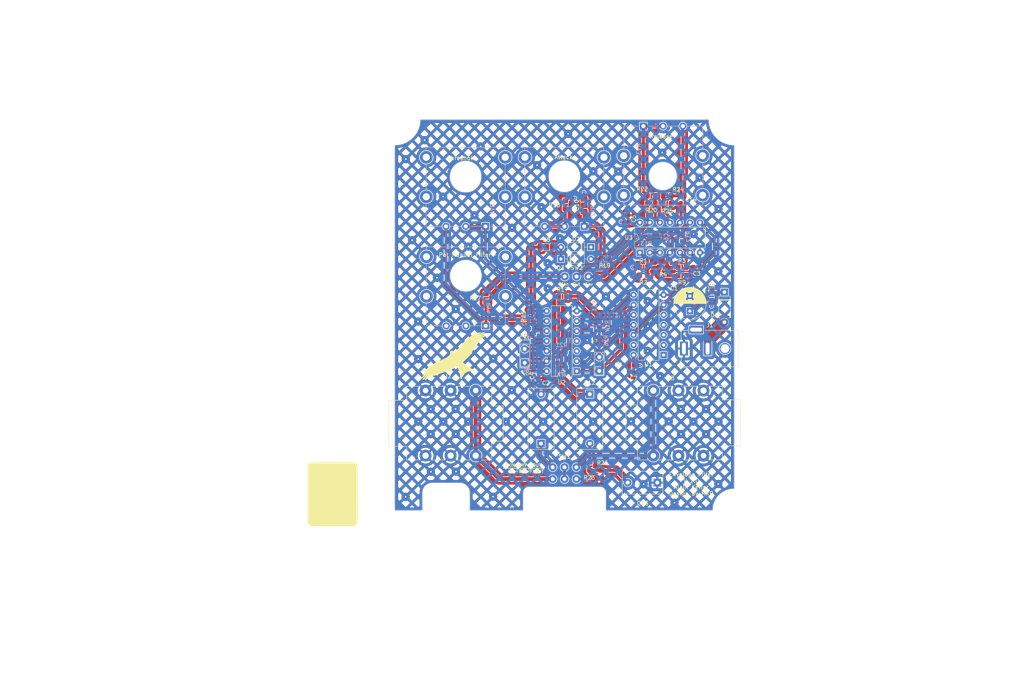
<source format=kicad_pcb>
(kicad_pcb (version 20211014) (generator pcbnew)
  (layers (0 "F.Cu" signal) (1 "In1.Cu" signal) (2 "In2.Cu" signal) (31 "B.Cu" signal) (34 "B.Paste" user) (35 "F.Paste" user) (36 "B.SilkS" user "B.Silkscreen") (37 "F.SilkS" user "F.Silkscreen") (38 "B.Mask" user) (39 "F.Mask" user) (44 "Edge.Cuts" user))
  (net 0 "")
  (net 1 "VS")
  (net 2 "GND")
  (net 3 "Net-(C2-Pad1)")
  (net 4 "Net-(C2-Pad2)")
  (net 5 "Net-(C3-Pad1)")
  (net 6 "Net-(C3-Pad2)")
  (net 7 "Net-(C9-Pad1)")
  (net 8 "Net-(C10-Pad1)")
  (net 9 "Net-(C12-Pad2)")
  (net 10 "Net-(C13-Pad2)")
  (net 11 "Net-(C6-Pad1)")
  (net 12 "Net-(C6-Pad2)")
  (net 13 "Net-(C14-Pad1)")
  (net 14 "Net-(C8-Pad1)")
  (net 15 "Net-(C8-Pad2)")
  (net 16 "Net-(C9-Pad2)")
  (net 17 "Net-(C14-Pad2)")
  (net 18 "Net-(C11-Pad1)")
  (net 19 "Net-(C11-Pad2)")
  (net 20 "Net-(D1-Pad1)")
  (net 22 "Net-(J3-PadT)")
  (net 23 "Net-(R1-Pad2)")
  (net 24 "Net-(R6-Pad1)")
  (net 25 "Net-(R11-Pad1)")
  (net 26 "Net-(R10-Pad2)")
  (net 27 "Net-(R10-Pad1)")
  (net 28 "Net-(R11-Pad2)")
  (net 29 "Net-(R13-Pad1)")
  (net 30 "Net-(R14-Pad2)")
  (net 31 "Net-(R15-Pad2)")
  (net 32 "Net-(R17-Pad1)")
  (net 33 "Net-(R18-Pad1)")
  (net 34 "Net-(R19-Pad1)")
  (net 35 "Net-(R20-Pad1)")
  (net 36 "Net-(R22-Pad1)")
  (net 37 "Net-(R24-Pad1)")
  (net 38 "Net-(R27-Pad1)")
  (net 39 "Net-(R27-Pad2)")
  (net 40 "Net-(SW1-Pad1)")
  (net 46 "TG")
  (net 50 "Net-(U3-Pad2)")
  (net 52 "Net-(J2-PadT)")
  (net 53 "Net-(D1-Pad2)")
  (footprint "Resistor_SMD:R_0805_2012Metric_Pad1.20x1.40mm_HandSolder" (layer "F.Cu") (at 172.8 69.5)
    (fp_text reference "R9")
    (fp_text value "47k")
  )
  (footprint "Resistor_SMD:R_0805_2012Metric_Pad1.20x1.40mm_HandSolder" (layer "F.Cu") (at 163 67.4)
    (fp_text reference "R1")
    (fp_text value "62k")
  )
  (footprint "Resistor_SMD:R_0805_2012Metric_Pad1.20x1.40mm_HandSolder" (layer "F.Cu") (at 152.3 119.85 90)
    (fp_text reference "R26")
    (fp_text value "200k")
  )
  (footprint "guitar_stuff:newJack" (layer "F.Cu") (at 165.5 98.635)
    (fp_text reference "J3")
    (fp_text value "AudioJack3_Switch")
  )
  (footprint "Diode_THT:D_DO-35_SOD27_P7.62mm_Horizontal" (layer "F.Cu") (at 149.71 62.3 180)
    (fp_text reference "D2")
    (fp_text value "1N914")
  )
  (footprint "Connector_BarrelJack:BarrelJack_CUI_PJ-102AH_CUIDevices" (layer "F.Cu") (at 187.7375 88 180)
    (fp_text reference "J1")
    (fp_text value "Barrel_Jack_Switch_MountingPin")
  )
  (footprint "guitar_stuff:tht_ext_toggle_switch" (layer "F.Cu") (at 146.05 69.7 180)
    (fp_text reference "SW2")
    (fp_text value "SW_SPDT")
  )
  (footprint "Capacitor_SMD:C_0603_1608Metric_Pad1.08x0.95mm_HandSolder" (layer "F.Cu") (at 159.1 55.1 -90)
    (fp_text reference "C5")
    (fp_text value "100n")
  )
  (footprint "Resistor_SMD:R_0805_2012Metric_Pad1.20x1.40mm_HandSolder" (layer "F.Cu") (at 149.4 117.8 -90)
    (fp_text reference "R23")
    (fp_text value "3k6")
  )
  (footprint "Capacitor_THT:CP_Radial_D8.0mm_P3.80mm" (layer "F.Cu") (at 174.75 78.5 90)
    (fp_text reference "C1")
    (fp_text value "47u")
  )
  (footprint "Resistor_SMD:R_0805_2012Metric_Pad1.20x1.40mm_HandSolder" (layer "F.Cu") (at 169 51.3 180)
    (fp_text reference "R25")
    (fp_text value "22M")
  )
  (footprint "Package_DIP:DIP-14_W7.62mm" (layer "F.Cu") (at 162.075 63.7 90)
    (fp_text reference "U3")
    (fp_text value "4069")
  )
  (footprint "Resistor_SMD:R_0805_2012Metric_Pad1.20x1.40mm_HandSolder" (layer "F.Cu") (at 153.15 65.3 180)
    (fp_text reference "R19")
    (fp_text value "22M")
  )
  (footprint "Capacitor_SMD:C_0603_1608Metric_Pad1.08x0.95mm_HandSolder" (layer "F.Cu") (at 172.5 50.3 90)
    (fp_text reference "C14")
    (fp_text value "0.1u")
  )
  (footprint "Resistor_SMD:R_0805_2012Metric_Pad1.20x1.40mm_HandSolder" (layer "F.Cu") (at 172.8 67.4 180)
    (fp_text reference "R3")
    (fp_text value "100k")
  )
  (footprint "Resistor_SMD:R_0805_2012Metric_Pad1.20x1.40mm_HandSolder" (layer "F.Cu") (at 134.5 79.65 -90)
    (fp_text reference "R15")
    (fp_text value "470k")
  )
  (footprint "Resistor_SMD:R_0805_2012Metric_Pad1.20x1.40mm_HandSolder" (layer "F.Cu") (at 165 51.3 180)
    (fp_text reference "R20")
    (fp_text value "10M")
  )
  (footprint "guitar_stuff:newJack" (layer "F.Cu") (at 120.5 115.115 180)
    (fp_text reference "J2")
    (fp_text value "AudioJack3_Switch")
  )
  (footprint "Capacitor_THT:cap_12.5mm-l15.5-w6.6mm" (layer "F.Cu") (at 149.4 105.8 -90)
    (fp_text reference "C12")
    (fp_text value "0.05u")
  )
  (footprint "Capacitor_THT:cap_3.5mm-l5-w2.5mm_copy" (layer "F.Cu") (at 132.9 89.85 90)
    (fp_text reference "C11")
    (fp_text value "1n")
  )
  (footprint "Capacitor_SMD:C_0603_1608Metric_Pad1.08x0.95mm_HandSolder" (layer "F.Cu") (at 176.5 67.3)
    (fp_text reference "C3")
    (fp_text value "100p")
  )
  (footprint "Capacitor_SMD:C_0603_1608Metric_Pad1.08x0.95mm_HandSolder" (layer "F.Cu") (at 160.5 93.15 90)
    (fp_text reference "C7")
    (fp_text value "100n")
  )
  (footprint "Diode_THT:D_DO-35_SOD27_P7.62mm_Horizontal" (layer "F.Cu") (at 142.09 65.3)
    (fp_text reference "D3")
    (fp_text value "1N914")
  )
  (footprint "Package_DIP:DIP-14_W7.62mm" (layer "F.Cu") (at 168.1 89.625 180)
    (fp_text reference "U1")
    (fp_text value "4066")
  )
  (footprint "Capacitor_THT:cap_12.5mm-l15.5-w6.6mm" (layer "F.Cu") (at 137.05 105.8 90)
    (fp_text reference "C2")
    (fp_text value "0.05u")
  )
  (footprint "guitar_stuff:tht_ext_footswitch" (layer "F.Cu") (at 143 119.55)
    (fp_text reference "SW1")
    (fp_text value "SW_DPDT_x2")
  )
  (footprint "Diode_THT:D_A-405_P7.62mm_Horizontal" (layer "F.Cu") (at 183.5 73.69 -90)
    (fp_text reference "D1")
    (fp_text value "D_Schottky")
  )
  (footprint "Resistor_SMD:R_0805_2012Metric_Pad1.20x1.40mm_HandSolder" (layer "F.Cu") (at 142.5 74.8 180)
    (fp_text reference "R17")
    (fp_text value "47k")
  )
  (footprint "Capacitor_SMD:C_0603_1608Metric_Pad1.08x0.95mm_HandSolder" (layer "F.Cu") (at 136.3 94.6 90)
    (fp_text reference "C4")
    (fp_text value "100n")
  )
  (footprint "LOGO" (layer "F.Cu") (at 114.892416 89.493814)
    (fp_text reference "")
    (fp_text value "LOGO" hide)
  )
  (footprint "Resistor_SMD:R_0805_2012Metric_Pad1.20x1.40mm_HandSolder" (layer "F.Cu") (at 169 49.3)
    (fp_text reference "R24")
    (fp_text value "10M")
  )
  (footprint "Capacitor_SMD:C_1206_3216Metric_Pad1.33x1.80mm_HandSolder" (layer "F.Cu") (at 138.4 62.3)
    (fp_text reference "C8")
    (fp_text value "0.05u")
  )
  (footprint "Capacitor_THT:cap_7.5mm-l10.3-w5.8mm" (layer "F.Cu") (at 162.75 121.95 180)
    (fp_text reference "C13")
    (fp_text value "0.1u")
  )
  (footprint "Resistor_SMD:R_0805_2012Metric_Pad1.20x1.40mm_HandSolder" (layer "F.Cu") (at 123.1 75.15 90)
    (fp_text reference "R27")
    (fp_text value "10k")
  )
  (footprint "Capacitor_THT:cap_3.5mm-l5-w2.5mm_copy" (layer "F.Cu") (at 151.8 91.9 90)
    (fp_text reference "C9")
    (fp_text value "1n")
  )
  (footprint "Capacitor_SMD:C_1206_3216Metric_Pad1.33x1.80mm_HandSolder" (layer "F.Cu") (at 147.95 51.7 90)
    (fp_text reference "C10")
    (fp_text value "0.05u")
  )
  (footprint "Resistor_SMD:R_0805_2012Metric_Pad1.20x1.40mm_HandSolder" (layer "F.Cu") (at 143.2 51.55 90)
    (fp_text reference "R18")
    (fp_text value "700k")
  )
  (footprint "Resistor_SMD:R_0805_2012Metric_Pad1.20x1.40mm_HandSolder" (layer "F.Cu") (at 165 49.3)
    (fp_text reference "R22")
    (fp_text value "10k")
  )
  (footprint "Package_DIP:DIP-14_W7.62mm" (layer "F.Cu") (at 146.1 93.725 180)
    (fp_text reference "U2")
    (fp_text value "4069")
  )
  (footprint "Resistor_SMD:R_0805_2012Metric_Pad1.20x1.40mm_HandSolder" (layer "F.Cu") (at 163 69.4 180)
    (fp_text reference "R2")
    (fp_text value "100k")
  )
  (footprint "Resistor_SMD:R_0805_2012Metric_Pad1.20x1.40mm_HandSolder" (layer "F.Cu") (at 168 67.4)
    (fp_text reference "R4")
    (fp_text value "100k")
  )
  (footprint "Resistor_SMD:R_0805_2012Metric_Pad1.20x1.40mm_HandSolder" (layer "B.Cu") (at 163.5 59.7)
    (fp_text reference "R13")
    (fp_text value "47k")
  )
  (footprint "Resistor_SMD:R_0805_2012Metric_Pad1.20x1.40mm_HandSolder" (layer "B.Cu") (at 142.25 88.75 180)
    (fp_text reference "R21")
    (fp_text value "200k")
  )
  (footprint "guitar_stuff:alpha_poti" (layer "B.Cu") (at 122.975 57.05 90)
    (fp_text reference "RV1")
    (fp_text value "500k")
  )
  (footprint "Resistor_SMD:R_0805_2012Metric_Pad1.20x1.40mm_HandSolder" (layer "B.Cu") (at 135.1 85.1 -90)
    (fp_text reference "R8")
    (fp_text value "5.1M")
  )
  (footprint "Resistor_SMD:R_0805_2012Metric_Pad1.20x1.40mm_HandSolder" (layer "B.Cu") (at 135.1 93.9 -90)
    (fp_text reference "R6")
    (fp_text value "1M")
  )
  (footprint "guitar_stuff:alpha_poti" (layer "B.Cu") (at 147.975 57.05 90)
    (fp_text reference "RV2")
    (fp_text value "500k")
  )
  (footprint "Resistor_SMD:R_0805_2012Metric_Pad1.20x1.40mm_HandSolder" (layer "B.Cu") (at 151.8 86.15 -90)
    (fp_text reference "R16")
    (fp_text value "200k")
  )
  (footprint "Resistor_SMD:R_0805_2012Metric_Pad1.20x1.40mm_HandSolder" (layer "B.Cu") (at 180.25 74.75 90)
    (fp_text reference "R5")
    (fp_text value "3k")
  )
  (footprint "Resistor_SMD:R_0805_2012Metric_Pad1.20x1.40mm_HandSolder" (layer "B.Cu") (at 142.3 92.9)
    (fp_text reference "R7")
    (fp_text value "200k")
  )
  (footprint "Resistor_SMD:R_0805_2012Metric_Pad1.20x1.40mm_HandSolder" (layer "B.Cu") (at 151.8 82.25 -90)
    (fp_text reference "R14")
    (fp_text value "47k")
  )
  (footprint "Capacitor_SMD:C_0603_1608Metric_Pad1.08x0.95mm_HandSolder" (layer "B.Cu") (at 170.35 59.85 90)
    (fp_text reference "C6")
    (fp_text value "10p")
  )
  (footprint "Resistor_SMD:R_0805_2012Metric_Pad1.20x1.40mm_HandSolder" (layer "B.Cu") (at 149.55 82.25 90)
    (fp_text reference "R11")
    (fp_text value "240k")
  )
  (footprint "Resistor_SMD:R_0805_2012Metric_Pad1.20x1.40mm_HandSolder" (layer "B.Cu") (at 135.1 80.75 -90)
    (fp_text reference "R10")
    (fp_text value "10k")
  )
  (footprint "guitar_stuff:alpha_poti" (layer "B.Cu") (at 123.025 82.25 90)
    (fp_text reference "RV4")
    (fp_text value "100k")
  )
  (footprint "guitar_stuff:alpha_poti" (layer "B.Cu") (at 162.975 31.65 -90)
    (fp_text reference "RV3")
    (fp_text value "500k")
  )
  (footprint "Resistor_SMD:R_0805_2012Metric_Pad1.20x1.40mm_HandSolder" (layer "B.Cu") (at 172.9 59.85 90)
    (fp_text reference "R12")
    (fp_text value "47k")
  )
  (gr_rect (start 78 117.9) (end 79 131.9) (layer "F.SilkS") (width 0.15) (fill solid))
  (gr_line (start 134 117.3) (end 134 119.3) (layer "F.SilkS") (width 0.15))
  (gr_rect (start 79 131.9) (end 79 132.9) (layer "F.SilkS") (width 0.15) (fill none))
  (gr_circle (center 79 131.9) (end 80 131.9) (layer "F.SilkS") (width 0.15) (fill solid))
  (gr_circle (center 79 117.9) (end 80 117.9) (layer "F.SilkS") (width 0.15) (fill solid))
  (gr_line (start 131 117.3) (end 131 119.3) (layer "F.SilkS") (width 0.15))
  (gr_rect (start 79 117.9) (end 89.5 131.9) (layer "F.SilkS") (width 0.15) (fill solid))
  (gr_line (start 127.5 118.3) (end 137.5 118.3) (layer "F.SilkS") (width 0.15))
  (gr_circle (center 89.5 117.9) (end 90.5 117.9) (layer "F.SilkS") (width 0.15) (fill solid))
  (gr_rect (start 89.5 116.9) (end 79 117.9) (layer "F.SilkS") (width 0.15) (fill solid))
  (gr_rect (start 89.5 132.9) (end 79 131.9) (layer "F.SilkS") (width 0.15) (fill solid))
  (gr_circle (center 89.5 131.9) (end 90.5 131.9) (layer "F.SilkS") (width 0.15) (fill solid))
  (gr_rect (start 90.5 117.9) (end 89.5 131.9) (layer "F.SilkS") (width 0.15) (fill solid))
  (gr_line (start 132.5 124.5) (end 132.5 129) (layer "Edge.Cuts") (width 0.1))
  (gr_arc (start 186 36.5) (mid 181.403806 34.596194) (end 179.5 30) (layer "Edge.Cuts") (width 0.1))
  (gr_line (start 119 129) (end 119 124.5) (layer "Edge.Cuts") (width 0.1))
  (gr_line (start 107 129) (end 100 129) (layer "Edge.Cuts") (width 0.1))
  (gr_circle (center 118 69.55) (end 122 69.55) (layer "Edge.Cuts") (width 0.1) (fill none))
  (gr_line (start 132.5 129) (end 119 129) (layer "Edge.Cuts") (width 0.1))
  (gr_line (start 186 36.5) (end 186 123.489321) (layer "Edge.Cuts") (width 0.1))
  (gr_line (start 153.5 129) (end 153.5 124.5) (layer "Edge.Cuts") (width 0.1))
  (gr_arc (start 152 123) (mid 153.06066 123.43934) (end 153.5 124.5) (layer "Edge.Cuts") (width 0.1))
  (gr_arc (start 116.5 122) (mid 118.267767 122.732233) (end 119 124.5) (layer "Edge.Cuts") (width 0.1))
  (gr_line (start 100 129) (end 99.999995 36.499492) (layer "Edge.Cuts") (width 0.1))
  (gr_arc (start 107 124.5) (mid 107.732233 122.732233) (end 109.5 122) (layer "Edge.Cuts") (width 0.1))
  (gr_line (start 106.5 30) (end 179.5 30) (layer "Edge.Cuts") (width 0.1))
  (gr_circle (center 142.95 44.35) (end 146.95 44.35) (layer "Edge.Cuts") (width 0.1) (fill none))
  (gr_line (start 107 124.5) (end 107 129) (layer "Edge.Cuts") (width 0.1))
  (gr_line (start 116.5 122) (end 109.5 122) (layer "Edge.Cuts") (width 0.1))
  (gr_circle (center 117.95 44.45) (end 121.95 44.45) (layer "Edge.Cuts") (width 0.1) (fill none))
  (gr_arc (start 180.5 128.988661) (mid 182.111139 125.099994) (end 186 123.489321) (layer "Edge.Cuts") (width 0.1))
  (gr_line (start 152 123) (end 134 123) (layer "Edge.Cuts") (width 0.1))
  (gr_circle (center 167.9 44.3) (end 171.45 44.3) (layer "Edge.Cuts") (width 0.15) (fill none))
  (gr_arc (start 132.5 124.5) (mid 132.93934 123.43934) (end 134 123) (layer "Edge.Cuts") (width 0.1))
  (gr_line (start 153.5 129) (end 180.5 128.988661) (layer "Edge.Cuts") (width 0.1))
  (gr_arc (start 106.5 30) (mid 104.596218 34.596073) (end 99.999995 36.499492) (layer "Edge.Cuts") (width 0.1))
  (gr_text "Out" (at 146 71.7) (layer "F.SilkS") (effects (font (size 0.75 0.75))))
  (gr_text "Envelope Filter\nV 1.0\nAlain Keller\nDesign by MXR" (at 175.1 122.3) (layer "F.SilkS") (effects (font (size 1 1))))
  (gr_text "FXIN" (at 129.25 117.55) (layer "F.SilkS") (effects (font (size 0.75 0.75))))
  (gr_text "BYP" (at 132.5 117.55) (layer "F.SilkS") (effects (font (size 0.75 0.75))))
  (gr_text "IN" (at 129.25 119.05) (layer "F.SilkS") (effects (font (size 0.75 0.75))))
  (gr_text "Man" (at 142.95 71.65) (layer "F.SilkS") (effects (font (size 0.75 0.75))))
  (gr_text "Pot Manual Filter" (at 117.75 64.25) (layer "F.SilkS") (effects (font (size 1 1))))
  (gr_text "BYP" (at 132.5 119.05) (layer "F.SilkS") (effects (font (size 0.75 0.75))))
  (gr_text "OUT" (at 136 117.55) (layer "F.SilkS") (effects (font (size 0.75 0.75))))
  (gr_text "FXOUT" (at 136 119.05) (layer "F.SilkS") (effects (font (size 0.75 0.75))))
  (gr_text "Threshold" (at 117 39.75) (layer "F.SilkS") (effects (font (size 1 1))))
  (gr_text "Release" (at 167.5 34.25) (layer "F.SilkS") (effects (font (size 1 1))))
  (gr_text "Attack" (at 142.75 39.5) (layer "F.SilkS") (effects (font (size 1 1))))
  (gr_text "Env" (at 149.2 71.7) (layer "F.SilkS") (effects (font (size 0.75 0.75))))
  (segment (start 162 67.4) (end 160.25 67.4) (width 0.75) (layer "F.Cu") (net 1))
  (segment (start 159.1 55.9625) (end 161.9575 55.9625) (width 0.75) (layer "F.Cu") (net 1))
  (segment (start 160.5 92.2875) (end 160.5 89.645) (width 0.75) (layer "F.Cu") (net 1))
  (segment (start 138.4675 93.7375) (end 138.48 93.725) (width 0.75) (layer "F.Cu") (net 1))
  (segment (start 136.3 93.7375) (end 138.4675 93.7375) (width 0.75) (layer "F.Cu") (net 1))
  (segment (start 161.9575 55.9625) (end 162.075 56.08) (width 0.75) (layer "F.Cu") (net 1))
  (segment (start 136.3 93.7375) (end 133.90535 93.7375) (width 0.75) (layer "F.Cu") (net 1))
  (segment (start 160.5 92.2875) (end 162.1375 92.2875) (width 0.75) (layer "F.Cu") (net 1))
  (segment (start 160.5 89.645) (end 160.48 89.625) (width 0.75) (layer "F.Cu") (net 1))
  (segment (start 159.1 55.9625) (end 157.3625 55.9625) (width 0.75) (layer "F.Cu") (net 1))
  (segment (start 133.90535 93.7375) (end 133.88876 93.72091) (width 0.75) (layer "F.Cu") (net 1))
  (segment (start 145.6 49.9) (end 143.85 49.9) (width 0.75) (layer "F.Cu") (net 1))
  (segment (start 147.95 50.1375) (end 147.95 48.4) (width 0.75) (layer "F.Cu") (net 1))
  (segment (start 157.3625 55.9625) (end 157.3 55.9) (width 0.75) (layer "F.Cu") (net 1))
  (segment (start 162.1375 92.2875) (end 162.15 92.3) (width 0.75) (layer "F.Cu") (net 1))
  (segment (start 143.85 49.9) (end 143.2 50.55) (width 0.75) (layer "F.Cu") (net 1))
  (via (at 145.6 49.9) (size 0.8) (drill 0.2) (layers "F.Cu" "B.Cu") (net 1))
  (via (at 180.25 77.3) (size 0.8) (drill 0.2) (layers "F.Cu" "B.Cu") (net 1))
  (via (at 133.88876 93.72091) (size 0.8) (drill 0.2) (layers "F.Cu" "B.Cu") (net 1))
  (via (at 157.3 55.9) (size 0.8) (drill 0.2) (layers "F.Cu" "B.Cu") (net 1))
  (via (at 147.95 48.4) (size 0.8) (drill 0.2) (layers "F.Cu" "B.Cu") (net 1))
  (via (at 162.15 92.3) (size 0.8) (drill 0.2) (layers "F.Cu" "B.Cu") (net 1))
  (via (at 160.25 67.4) (size 0.8) (drill 0.2) (layers "F.Cu" "B.Cu") (net 1))
  (segment (start 180.25 75.75) (end 177.5 75.75) (width 0.75) (layer "B.Cu") (net 1))
  (segment (start 177.5 75.75) (end 174.75 78.5) (width 0.75) (layer "B.Cu") (net 1))
  (segment (start 180.25 75.75) (end 180.25 77.3) (width 0.75) (layer "B.Cu") (net 1))
  (segment (start 152.45 121) (end 152.3 120.85) (width 0.75) (layer "F.Cu") (net 2))
  (segment (start 160.5 94.0125) (end 161.8875 94.0125) (width 0.75) (layer "F.Cu") (net 2))
  (segment (start 159.1 54.2375) (end 159.1 52.8) (width 0.75) (layer "F.Cu") (net 2))
  (segment (start 177.365 63.75) (end 177.315 63.7) (width 0.75) (layer "F.Cu") (net 2))
  (segment (start 162 69.4) (end 160.4 69.4) (width 0.75) (layer "F.Cu") (net 2))
  (segment (start 161.8875 94.0125) (end 161.9 94) (width 0.75) (layer "F.Cu") (net 2))
  (segment (start 136.3 95.4625) (end 136.3 96.8) (width 0.75) (layer "F.Cu") (net 2))
  (segment (start 154 121) (end 152.45 121) (width 0.75) (layer "F.Cu") (net 2))
  (via (at 172.45 103.3) (size 0.8) (drill 0.4) (layers "F.Cu" "B.Cu") (net 2))
  (via (at 118.6 106.5) (size 0.8) (drill 0.4) (layers "F.Cu" "B.Cu") (net 2))
  (via (at 169.4 106.45) (size 0.8) (drill 0.4) (layers "F.Cu" "B.Cu") (net 2))
  (via (at 109.1 103.35) (size 0.8) (drill 0.4) (layers "F.Cu" "B.Cu") (net 2))
  (via (at 172.5 109.65) (size 0.8) (drill 0.4) (layers "F.Cu" "B.Cu") (net 2))
  (via (at 129.65 98.55) (size 0.8) (drill 0.4) (layers "F.Cu" "B.Cu") (net 2))
  (via (at 120.2 54.25) (size 0.8) (drill 0.4) (layers "F.Cu" "B.Cu") (net 2))
  (via (at 110.7 70.05) (size 0.8) (drill 0.4) (layers "F.Cu" "B.Cu") (net 2))
  (via (at 107.55 35.2) (size 0.8) (drill 0.4) (layers "F.Cu" "B.Cu") (net 2))
  (via (at 177.2 44.7) (size 0.8) (drill 0.4) (layers "F.Cu" "B.Cu") (net 2))
  (via (at 182 52.65) (size 0.8) (drill 0.4) (layers "F.Cu" "B.Cu") (net 2))
  (via (at 121.75 36.8) (size 0.8) (drill 0.4) (layers "F.Cu" "B.Cu") (net 2))
  (via (at 137.15 52.15) (size 0.8) (drill 0.4) (layers "F.Cu" "B.Cu") (net 2))
  (via (at 112.3 106.5) (size 0.8) (drill 0.4) (layers "F.Cu" "B.Cu") (net 2))
  (via (at 124.95 90.55) (size 0.8) (drill 0.4) (layers "F.Cu" "B.Cu") (net 2))
  (via (at 178.85 109.65) (size 0.8) (drill 0.4) (layers "F.Cu" "B.Cu") (net 2))
  (via (at 161.9 94) (size 0.8) (drill 0.2) (layers "F.Cu" "B.Cu") (net 2))
  (via (at 154 121) (size 0.8) (drill 0.2) (layers "F.Cu" "B.Cu") (net 2))
  (via (at 115.4 103.3) (size 0.8) (drill 0.4) (layers "F.Cu" "B.Cu") (net 2))
  (via (at 105.95 106.5) (size 0.8) (drill 0.4) (layers "F.Cu" "B.Cu") (net 2))
  (via (at 175.7 59) (size 0.8) (drill 0.4) (layers "F.Cu" "B.Cu") (net 2))
  (via (at 105.9 81.15) (size 0.8) (drill 0.4) (layers "F.Cu" "B.Cu") (net 2))
  (via (at 118.6 62.15) (size 0.8) (drill 0.4) (layers "F.Cu" "B.Cu") (net 2))
  (via (at 109.15 119.2) (size 0.8) (drill 0.4) (layers "F.Cu" "B.Cu") (net 2))
  (via (at 150.25 106.5) (size 0.8) (drill 0.4) (layers "F.Cu" "B.Cu") (net 2))
  (via (at 141.85 60.05) (size 0.8) (drill 0.4) (layers "F.Cu" "B.Cu") (net 2))
  (via (at 170.85 127.05) (size 0.8) (drill 0.4) (layers "F.Cu" "B.Cu") (net 2))
  (via (at 150.3 43.1) (size 0.8) (drill 0.4) (layers "F.Cu" "B.Cu") (net 2))
  (via (at 167.75 38.35) (size 0.8) (drill 0.4) (layers "F.Cu" "B.Cu") (net 2))
  (via (at 181.95 122.3) (size 0.8) (drill 0.4) (layers "F.Cu" "B.Cu") (net 2))
  (via (at 159.1 52.8) (size 0.8) (drill 0.2) (layers "F.Cu" "B.Cu") (net 2))
  (via (at 129.7 57.4) (size 0.8) (drill 0.4) (layers "F.Cu" "B.Cu") (net 2))
  (via (at 160.4 69.4) (size 0.8) (drill 0.2) (layers "F.Cu" "B.Cu") (net 2))
  (via (at 115.45 109.65) (size 0.8) (drill 0.4) (layers "F.Cu" "B.Cu") (net 2))
  (via (at 163.05 122.35) (size 0.8) (drill 0.4) (layers "F.Cu" "B.Cu") (net 2))
  (via (at 124.9 125.5) (size 0.8) (drill 0.4) (layers "F.Cu" "B.Cu") (net 2))
  (via (at 105.95 90.65) (size 0.8) (drill 0.4) (layers "F.Cu" "B.Cu") (net 2))
  (via (at 115.45 78) (size 0.8) (drill 0.4) (layers "F.Cu" "B.Cu") (net 2))
  (via (at 164.05 88.6) (size 0.8) (drill 0.4) (layers "F.Cu" "B.Cu") (net 2))
  (via (at 156.6 43.15) (size 0.8) (drill 0.4) (layers "F.Cu" "B.Cu") (net 2))
  (via (at 115.5 119.15) (size 0.8) (drill 0.4) (layers "F.Cu" "B.Cu") (net 2))
  (via (at 138.7 66.35) (size 0.8) (drill 0.4) (layers "F.Cu" "B.Cu") (net 2))
  (via (at 136.05 41.55) (size 0.8) (drill 0.4) (layers "F.Cu" "B.Cu") (net 2))
  (via (at 159.85 106.45) (size 0.8) (drill 0.4) (layers "F.Cu" "B.Cu") (net 2))
  (via (at 167.2 94.95) (size 0.8) (drill 0.4) (layers "F.Cu" "B.Cu") (net 2))
  (via (at 164.05 75.95) (size 0.8) (drill 0.4) (layers "F.Cu" "B.Cu") (net 2))
  (via (at 136.3 96.8) (size 0.8) (drill 0.2) (layers "F.Cu" "B.Cu") (net 2))
  (via (at 109.1 109.65) (size 0.8) (drill 0.4) (layers "F.Cu" "B.Cu") (net 2))
  (via (at 148.8 85.85) (size 0.8) (drill 0.4) (layers "F.Cu" "B.Cu") (net 2))
  (via (at 138.75 72.75) (size 0.8) (drill 0.4) (layers "F.Cu" "B.Cu") (net 2))
  (via (at 112.25 49.5) (size 0.8) (drill 0.4) (layers "F.Cu" "B.Cu") (net 2))
  (via (at 182 106.5) (size 0.8) (drill 0.4) (layers "F.Cu" "B.Cu") (net 2))
  (via (at 129.7 57.4) (size 0.8) (drill 0.4) (layers "F.Cu" "B.Cu") (net 2))
  (via (at 153.5 74.8) (size 0.8) (drill 0.4) (layers "F.Cu" "B.Cu") (net 2))
  (via (at 102.75 125.55) (size 0.8) (drill 0.4) (layers "F.Cu" "B.Cu") (net 2))
  (via (at 102.8 40) (size 0.8) (drill 0.4) (layers "F.Cu" "B.Cu") (net 2))
  (via (at 137.6 106.5) (size 0.8) (drill 0.4) (layers "F.Cu" "B.Cu") (net 2))
  (via (at 175.65 106.5) (size 0.8) (drill 0.4) (layers "F.Cu" "B.Cu") (net 2))
  (via (at 128.15 106.5) (size 0.8) (drill 0.4) (layers "F.Cu" "B.Cu") (net 2))
  (via (at 164.1 82.35) (size 0.8) (drill 0.4) (layers "F.Cu" "B.Cu") (net 2))
  (via (at 104.4 60.55) (size 0.8) (drill 0.4) (layers "F.Cu" "B.Cu") (net 2))
  (via (at 181.95 68.45) (size 0.8) (drill 0.4) (layers "F.Cu" "B.Cu") (net 2))
  (via (at 178.85 103.35) (size 0.8) (drill 0.4) (layers "F.Cu" "B.Cu") (net 2))
  (via (at 143.9 33.6) (size 0.8) (drill 0.4) (layers "F.Cu" "B.Cu") (net 2))
  (segment (start 137.05 115.1) (end 137.05 112.05) (width 0.75) (layer "B.Cu") (net 3))
  (segment (start 140 118.05) (end 137.05 115.1) (width 0.75) (layer "B.Cu") (net 3))
  (segment (start 135.1 97.6) (end 137.05 99.55) (width 0.75) (layer "B.Cu") (net 4))
  (segment (start 135.1 94.9) (end 135.1 97.6) (width 0.75) (layer "B.Cu") (net 4))
  (segment (start 137.05 99.55) (end 141.3 95.3) (width 0.75) (layer "B.Cu") (net 4))
  (segment (start 141.3 95.3) (end 141.3 92.9) (width 0.75) (layer "B.Cu") (net 4))
  (segment (start 173.8 67.4) (end 173.8 65.265) (width 0.75) (layer "F.Cu") (net 5))
  (segment (start 175.6375 67.3) (end 173.9 67.3) (width 0.75) (layer "F.Cu") (net 5))
  (segment (start 173.9 67.3) (end 173.8 67.4) (width 0.75) (layer "F.Cu") (net 5))
  (segment (start 173.8 65.265) (end 172.235 63.7) (width 0.75) (layer "F.Cu") (net 5))
  (segment (start 176.6 69.5) (end 177.3625 68.7375) (width 0.75) (layer "F.Cu") (net 6))
  (segment (start 177.3625 67.3) (end 177.3625 66.2875) (width 0.75) (layer "F.Cu") (net 6))
  (segment (start 177.3625 66.2875) (end 174.775 63.7) (width 0.75) (layer "F.Cu") (net 6))
  (segment (start 173.8 69.5) (end 176.6 69.5) (width 0.75) (layer "F.Cu") (net 6))
  (segment (start 177.3625 68.7375) (end 177.3625 67.3) (width 0.75) (layer "F.Cu") (net 6))
  (segment (start 172.9 61.825) (end 174.775 63.7) (width 0.75) (layer "B.Cu") (net 6))
  (segment (start 172.9 60.85) (end 172.9 61.825) (width 0.75) (layer "B.Cu") (net 6))
  (segment (start 157.45 79.955) (end 160.48 76.925) (width 0.75) (layer "F.Cu") (net 7))
  (segment (start 151.8 93.65) (end 157.45 88) (width 0.75) (layer "F.Cu") (net 7))
  (segment (start 157.45 88) (end 157.45 79.955) (width 0.75) (layer "F.Cu") (net 7))
  (segment (start 146.1 93.725) (end 151.725 93.725) (width 0.75) (layer "B.Cu") (net 7))
  (segment (start 151.725 93.725) (end 151.8 93.65) (width 0.75) (layer "B.Cu") (net 7))
  (segment (start 149.71 65.3) (end 152.15 65.3) (width 0.75) (layer "F.Cu") (net 8))
  (segment (start 147.975 53.2875) (end 147.95 53.2625) (width 0.75) (layer "F.Cu") (net 8))
  (segment (start 150.8 57.05) (end 147.975 57.05) (width 0.75) (layer "F.Cu") (net 8))
  (segment (start 147.975 57.05) (end 147.975 53.2875) (width 0.75) (layer "F.Cu") (net 8))
  (segment (start 152.15 58.4) (end 150.8 57.05) (width 0.75) (layer "F.Cu") (net 8))
  (segment (start 152.15 65.3) (end 152.15 58.4) (width 0.75) (layer "F.Cu") (net 8))
  (segment (start 149.4 116.8) (end 149.4 112.05) (width 0.75) (layer "F.Cu") (net 9))
  (segment (start 159 121.95) (end 155.9 118.85) (width 0.75) (layer "F.Cu") (net 10))
  (segment (start 149 121.05) (end 149.45 120.6) (width 0.75) (layer "F.Cu") (net 10))
  (segment (start 149.45 120.6) (end 149.45 118.85) (width 0.75) (layer "F.Cu") (net 10))
  (segment (start 146 121.05) (end 149 121.05) (width 0.75) (layer "F.Cu") (net 10))
  (segment (start 152.3 118.85) (end 149.45 118.85) (width 0.75) (layer "F.Cu") (net 10))
  (segment (start 155.9 118.85) (end 152.3 118.85) (width 0.75) (layer "F.Cu") (net 10))
  (segment (start 149.45 118.85) (end 149.4 118.8) (width 0.75) (layer "F.Cu") (net 10))
  (segment (start 169 64.395) (end 169.695 63.7) (width 0.75) (layer "F.Cu") (net 11))
  (segment (start 169 67.4) (end 169 64.395) (width 0.75) (layer "F.Cu") (net 11))
  (segment (start 171.8 67.4) (end 169 67.4) (width 0.75) (layer "F.Cu") (net 11))
  (segment (start 170.35 63.045) (end 169.695 63.7) (width 0.75) (layer "B.Cu") (net 11))
  (segment (start 170.35 60.7125) (end 170.35 63.045) (width 0.75) (layer "B.Cu") (net 11))
  (segment (start 164.5 59.7) (end 167.1 59.7) (width 0.75) (layer "B.Cu") (net 12))
  (segment (start 167.85 58.95) (end 170.3125 58.95) (width 0.75) (layer "B.Cu") (net 12))
  (segment (start 170.3125 58.95) (end 170.35 58.9875) (width 0.75) (layer "B.Cu") (net 12))
  (segment (start 167.1 59.7) (end 167.85 58.95) (width 0.75) (layer "B.Cu") (net 12))
  (segment (start 172.9 57.955) (end 174.775 56.08) (width 0.75) (layer "B.Cu") (net 12))
  (segment (start 170.35 58.9875) (end 172.7625 58.9875) (width 0.75) (layer "B.Cu") (net 12))
  (segment (start 172.9 58.85) (end 172.9 57.955) (width 0.75) (layer "B.Cu") (net 12))
  (segment (start 172.7625 58.9875) (end 172.9 58.85) (width 0.75) (layer "B.Cu") (net 12))
  (segment (start 170 51.3) (end 172.3625 51.3) (width 0.75) (layer "F.Cu") (net 13))
  (segment (start 172.5 55.815) (end 172.235 56.08) (width 0.75) (layer "F.Cu") (net 13))
  (segment (start 172.3625 51.3) (end 172.5 51.1625) (width 0.75) (layer "F.Cu") (net 13))
  (segment (start 153.1 69.75) (end 149.05 69.75) (width 0.75) (layer "F.Cu") (net 13))
  (segment (start 172.5 51.1625) (end 172.5 55.815) (width 0.75) (layer "F.Cu") (net 13))
  (segment (start 168.865 59.45) (end 163.4 59.45) (width 0.75) (layer "F.Cu") (net 13))
  (segment (start 172.235 56.08) (end 168.865 59.45) (width 0.75) (layer "F.Cu") (net 13))
  (segment (start 163.4 59.45) (end 153.1 69.75) (width 0.75) (layer "F.Cu") (net 13))
  (segment (start 135 62.3) (end 136.8375 62.3) (width 0.75) (layer "F.Cu") (net 14))
  (segment (start 134.5 62.8) (end 135 62.3) (width 0.75) (layer "F.Cu") (net 14))
  (segment (start 134.665 78.485) (end 134.5 78.65) (width 0.75) (layer "F.Cu") (net 14))
  (segment (start 134.5 78.65) (end 134.5 62.8) (width 0.75) (layer "F.Cu") (net 14))
  (segment (start 138.48 78.485) (end 134.665 78.485) (width 0.75) (layer "F.Cu") (net 14))
  (segment (start 142.09 62.3) (end 142.09 65.3) (width 0.75) (layer "F.Cu") (net 15))
  (segment (start 139.9625 62.3) (end 142.09 62.3) (width 0.75) (layer "F.Cu") (net 15))
  (segment (start 146.1 91.185) (end 148.565 91.185) (width 0.75) (layer "B.Cu") (net 16))
  (segment (start 151.8 87.15) (end 153.25 87.15) (width 0.75) (layer "B.Cu") (net 16))
  (segment (start 149.6 90.15) (end 151.8 90.15) (width 0.75) (layer "B.Cu") (net 16))
  (segment (start 148.565 91.185) (end 149.6 90.15) (width 0.75) (layer "B.Cu") (net 16))
  (segment (start 158.395 82.005) (end 160.48 82.005) (width 0.75) (layer "B.Cu") (net 16))
  (segment (start 153.25 87.15) (end 158.395 82.005) (width 0.75) (layer "B.Cu") (net 16))
  (segment (start 151.8 87.15) (end 151.8 90.15) (width 0.75) (layer "B.Cu") (net 16))
  (segment (start 172.5 49.4375) (end 172.5 44.0375) (width 0.75) (layer "F.Cu") (net 17))
  (segment (start 172.975 43.5625) (end 172.975 31.65) (width 0.75) (layer "F.Cu") (net 17))
  (segment (start 172.5 44.0375) (end 172.975 43.5625) (width 0.75) (layer "F.Cu") (net 17))
  (segment (start 170 49.3) (end 172.3625 49.3) (width 0.75) (layer "F.Cu") (net 17))
  (segment (start 172.3625 49.3) (end 172.5 49.4375) (width 0.75) (layer "F.Cu") (net 17))
  (segment (start 132.9 91.6) (end 138.065 91.6) (width 0.75) (layer "F.Cu") (net 18))
  (segment (start 141.5 75) (end 141.5 88.165) (width 0.75) (layer "F.Cu") (net 18))
  (segment (start 138.065 91.6) (end 138.48 91.185) (width 0.75) (layer "F.Cu") (net 18))
  (segment (start 141.5 88.165) (end 138.48 91.185) (width 0.75) (layer "F.Cu") (net 18))
  (segment (start 137.935 88.1) (end 138.48 88.645) (width 0.75) (layer "F.Cu") (net 19))
  (segment (start 145.9 99.55) (end 141.25 94.9) (width 0.75) (layer "F.Cu") (net 19))
  (segment (start 141.2 94.85) (end 141.2 90.85) (width 0.75) (layer "F.Cu") (net 19))
  (segment (start 141.25 94.9) (end 141.2 94.85) (width 0.75) (layer "F.Cu") (net 19))
  (segment (start 149.4 99.55) (end 145.9 99.55) (width 0.75) (layer "F.Cu") (net 19))
  (segment (start 132.9 88.1) (end 137.935 88.1) (width 0.75) (layer "F.Cu") (net 19))
  (via (at 141.2 90.85) (size 0.8) (drill 0.2) (layers "F.Cu" "B.Cu") (net 19))
  (segment (start 141.2 88.8) (end 141.25 88.75) (width 0.75) (layer "B.Cu") (net 19))
  (segment (start 138.585 88.75) (end 138.48 88.645) (width 0.75) (layer "B.Cu") (net 19))
  (segment (start 141.25 88.75) (end 138.585 88.75) (width 0.75) (layer "B.Cu") (net 19))
  (segment (start 141.2 90.85) (end 141.2 88.8) (width 0.75) (layer "B.Cu") (net 19))
  (segment (start 180.25 73.75) (end 183.44 73.75) (width 0.75) (layer "B.Cu") (net 20))
  (segment (start 183.44 73.75) (end 183.5 73.69) (width 0.75) (layer "B.Cu") (net 20))
  (segment (start 148.915 115.135) (end 165.5 115.135) (width 1) (layer "B.Cu") (net 22))
  (segment (start 146 118.05) (end 148.915 115.135) (width 1) (layer "B.Cu") (net 22))
  (segment (start 165.5 99.155) (end 164.98 98.635) (width 1) (layer "B.Cu") (net 22))
  (segment (start 165.5 115.135) (end 165.5 99.155) (width 1) (layer "B.Cu") (net 22))
  (segment (start 164 67.4) (end 164 65.625) (width 0.75) (layer "F.Cu") (net 23))
  (segment (start 167 69.1) (end 167 67.4) (width 0.75) (layer "F.Cu") (net 23))
  (segment (start 171.8 69.5) (end 167.4 69.5) (width 0.75) (layer "F.Cu") (net 23))
  (segment (start 167 67.4) (end 164 67.4) (width 0.75) (layer "F.Cu") (net 23))
  (segment (start 164 65.625) (end 162.075 63.7) (width 0.75) (layer "F.Cu") (net 23))
  (segment (start 167.4 69.5) (end 167 69.1) (width 0.75) (layer "F.Cu") (net 23))
  (segment (start 164 69.4) (end 164 67.4) (width 0.75) (layer "F.Cu") (net 23))
  (segment (start 135.105 86.105) (end 135.1 86.1) (width 0.75) (layer "B.Cu") (net 24))
  (segment (start 135.1 86.1) (end 135.1 92.9) (width 0.75) (layer "B.Cu") (net 24))
  (segment (start 138.48 86.105) (end 135.105 86.105) (width 0.75) (layer "B.Cu") (net 24))
  (segment (start 143.25 88.75) (end 143.25 92.85) (width 0.75) (layer "B.Cu") (net 25))
  (segment (start 143.25 88.75) (end 143.95 88.05) (width 0.75) (layer "B.Cu") (net 25))
  (segment (start 143.95 84.5) (end 144.885 83.565) (width 0.75) (layer "B.Cu") (net 25))
  (segment (start 146.1 83.565) (end 149.235 83.565) (width 0.75) (layer "B.Cu") (net 25))
  (segment (start 149.235 83.565) (end 149.55 83.25) (width 0.75) (layer "B.Cu") (net 25))
  (segment (start 143.25 92.85) (end 143.3 92.9) (width 0.75) (layer "B.Cu") (net 25))
  (segment (start 143.95 88.05) (end 143.95 84.5) (width 0.75) (layer "B.Cu") (net 25))
  (segment (start 144.885 83.565) (end 146.1 83.565) (width 0.75) (layer "B.Cu") (net 25))
  (segment (start 135.1 84.1) (end 135.1 81.75) (width 0.75) (layer "B.Cu") (net 26))
  (segment (start 138.48 83.565) (end 135.635 83.565) (width 0.75) (layer "B.Cu") (net 26))
  (segment (start 135.635 83.565) (end 135.1 84.1) (width 0.75) (layer "B.Cu") (net 26))
  (segment (start 135.1 77.4) (end 122.975 65.275) (width 0.75) (layer "B.Cu") (net 27))
  (segment (start 135.1 79.75) (end 135.1 77.4) (width 0.75) (layer "B.Cu") (net 27))
  (segment (start 122.975 65.275) (end 122.975 57.05) (width 0.75) (layer "B.Cu") (net 27))
  (segment (start 117.975 57.05) (end 122.975 57.05) (width 0.75) (layer "B.Cu") (net 27))
  (segment (start 146.1 81.025) (end 149.325 81.025) (width 0.75) (layer "B.Cu") (net 28))
  (segment (start 149.55 81.25) (end 151.8 81.25) (width 0.75) (layer "B.Cu") (net 28))
  (segment (start 149.325 81.025) (end 149.55 81.25) (width 0.75) (layer "B.Cu") (net 28))
  (segment (start 148.75 67.05) (end 152.05 67.05) (width 0.75) (layer "B.Cu") (net 29))
  (segment (start 159.4 59.7) (end 162.5 59.7) (width 0.75) (layer "B.Cu") (net 29))
  (segment (start 152.05 67.05) (end 159.4 59.7) (width 0.75) (layer "B.Cu") (net 29))
  (segment (start 146.05 69.75) (end 148.75 67.05) (width 0.75) (layer "B.Cu") (net 29))
  (segment (start 153.3 83.25) (end 154.35 82.2) (width 0.75) (layer "B.Cu") (net 30))
  (segment (start 151.8 85.15) (end 151.8 83.25) (width 0.75) (layer "B.Cu") (net 30))
  (segment (start 154.35 79.35) (end 159.315 74.385) (width 0.75) (layer "B.Cu") (net 30))
  (segment (start 151.8 83.25) (end 153.3 83.25) (width 0.75) (layer "B.Cu") (net 30))
  (segment (start 154.35 82.2) (end 154.35 79.35) (width 0.75) (layer "B.Cu") (net 30))
  (segment (start 159.315 74.385) (end 160.48 74.385) (width 0.75) (layer "B.Cu") (net 30))
  (segment (start 134.875 81.025) (end 134.5 80.65) (width 0.75) (layer "F.Cu") (net 31))
  (segment (start 138.48 81.025) (end 134.875 81.025) (width 0.75) (layer "F.Cu") (net 31))
  (segment (start 127.05 80.65) (end 126.75 80.35) (width 0.75) (layer "F.Cu") (net 31))
  (segment (start 134.5 80.65) (end 127.05 80.65) (width 0.75) (layer "F.Cu") (net 31))
  (via (at 126.75 80.35) (size 0.8) (drill 0.2) (layers "F.Cu" "B.Cu") (net 31))
  (segment (start 126.75 80.35) (end 121.7 80.35) (width 0.75) (layer "B.Cu") (net 31))
  (segment (start 112.975 71.625) (end 112.975 57.05) (width 0.75) (layer "B.Cu") (net 31))
  (segment (start 121.7 80.35) (end 112.975 71.625) (width 0.75) (layer "B.Cu") (net 31))
  (segment (start 143.65 74.75) (end 143.5 74.9) (width 0.75) (layer "F.Cu") (net 32))
  (segment (start 146.25 74.75) (end 151 79.5) (width 0.75) (layer "F.Cu") (net 32))
  (segment (start 146.25 74.75) (end 143.65 74.75) (width 0.75) (layer "F.Cu") (net 32))
  (segment (start 151 79.5) (end 156.2 79.5) (width 0.75) (layer "F.Cu") (net 32))
  (via (at 156.2 79.5) (size 0.8) (drill 0.2) (layers "F.Cu" "B.Cu") (net 32))
  (segment (start 160.445 79.5) (end 160.48 79.465) (width 0.75) (layer "B.Cu") (net 32))
  (segment (start 156.2 79.5) (end 160.445 79.5) (width 0.75) (layer "B.Cu") (net 32))
  (segment (start 143.2 56.825) (end 142.975 57.05) (width 0.75) (layer "F.Cu") (net 33))
  (segment (start 137.975 57.05) (end 142.975 57.05) (width 0.75) (layer "F.Cu") (net 33))
  (segment (start 143.2 52.55) (end 143.2 56.825) (width 0.75) (layer "F.Cu") (net 33))
  (segment (start 154.15 65.3) (end 155.395 65.3) (width 0.75) (layer "F.Cu") (net 34))
  (segment (start 164 55.465) (end 164.615 56.08) (width 0.75) (layer "F.Cu") (net 34))
  (segment (start 155.395 65.3) (end 164.615 56.08) (width 0.75) (layer "F.Cu") (net 34))
  (segment (start 164 51.3) (end 164 55.465) (width 0.75) (layer "F.Cu") (net 34))
  (segment (start 167.155 56.08) (end 166 54.925) (width 0.75) (layer "F.Cu") (net 35))
  (segment (start 166 54.925) (end 166 51.3) (width 0.75) (layer "F.Cu") (net 35))
  (segment (start 166 49.3) (end 166 51.3) (width 0.75) (layer "F.Cu") (net 35))
  (segment (start 162.975 31.65) (end 167.975 31.65) (width 0.75) (layer "F.Cu") (net 36))
  (segment (start 162.975 31.65) (end 162.975 48.275) (width 0.75) (layer "F.Cu") (net 36))
  (segment (start 162.975 48.275) (end 164 49.3) (width 0.75) (layer "F.Cu") (net 36))
  (segment (start 169.695 56.08) (end 168 54.385) (width 0.75) (layer "F.Cu") (net 37))
  (segment (start 168 54.385) (end 168 51.3) (width 0.75) (layer "F.Cu") (net 37))
  (segment (start 168 49.3) (end 168 51.3) (width 0.75) (layer "F.Cu") (net 37))
  (segment (start 123.1 76.15) (end 123.1 82.175) (width 0.75) (layer "F.Cu") (net 38))
  (segment (start 123.1 82.175) (end 123.025 82.25) (width 0.75) (layer "F.Cu") (net 38))
  (segment (start 123.1 74.15) (end 127.5 69.75) (width 0.75) (layer "F.Cu") (net 39))
  (segment (start 127.5 69.75) (end 131.9 69.75) (width 0.75) (layer "F.Cu") (net 39))
  (via (at 131.9 69.75) (size 0.8) (drill 0.2) (layers "F.Cu" "B.Cu") (net 39))
  (segment (start 131.9 69.75) (end 143.05 69.75) (width 0.75) (layer "B.Cu") (net 39))
  (segment (start 143 118.05) (end 143 121.05) (width 0.75) (layer "F.Cu") (net 40))
  (segment (start 177.315 56.08) (end 180.95 59.715) (width 0.75) (layer "B.Cu") (net 46))
  (segment (start 180.95 59.715) (end 180.95 64.075) (width 0.75) (layer "B.Cu") (net 46))
  (segment (start 168.1 76.925) (end 160.48 84.545) (width 0.75) (layer "B.Cu") (net 46))
  (segment (start 180.95 64.075) (end 168.1 76.925) (width 0.75) (layer "B.Cu") (net 46))
  (segment (start 164.615 63.7) (end 167.155 63.7) (width 0.75) (layer "F.Cu") (net 50))
  (segment (start 126.45 121.05) (end 140 121.05) (width 1) (layer "F.Cu") (net 52))
  (segment (start 120.5 99.135) (end 120.5 115.1) (width 1) (layer "F.Cu") (net 52))
  (segment (start 120.5 115.1) (end 126.45 121.05) (width 1) (layer "F.Cu") (net 52))
  (segment (start 121.02 98.615) (end 120.5 99.135) (width 1) (layer "F.Cu") (net 52))
  (segment (start 179.2375 85.5725) (end 183.5 81.31) (width 2) (layer "F.Cu") (net 53))
  (segment (start 179.2375 88) (end 179.2375 85.5725) (width 2) (layer "F.Cu") (net 53))
  (zone (net 2) (net_name "GND") (layers F&B.Cu) (name "stitch_zone_0") (connect_pads (clearance 0)) (min_thickness 0.254) (fill yes (mode hatch) (thermal_gap 0.508) (thermal_bridge_width 0.508) (hatch_thickness 0.716) (hatch_gap 1.524) (hatch_orientation 45) (hatch_border_algorithm hatch_thickness) (hatch_min_hole_area 0.3))
    (polygon (pts (xy 186 30) (xy 186 80) (xy 186 129.8) (xy 100 129.8) (xy 100 55) (xy 100 30) (xy 130 30) (xy 156 30)))
  )
)
</source>
